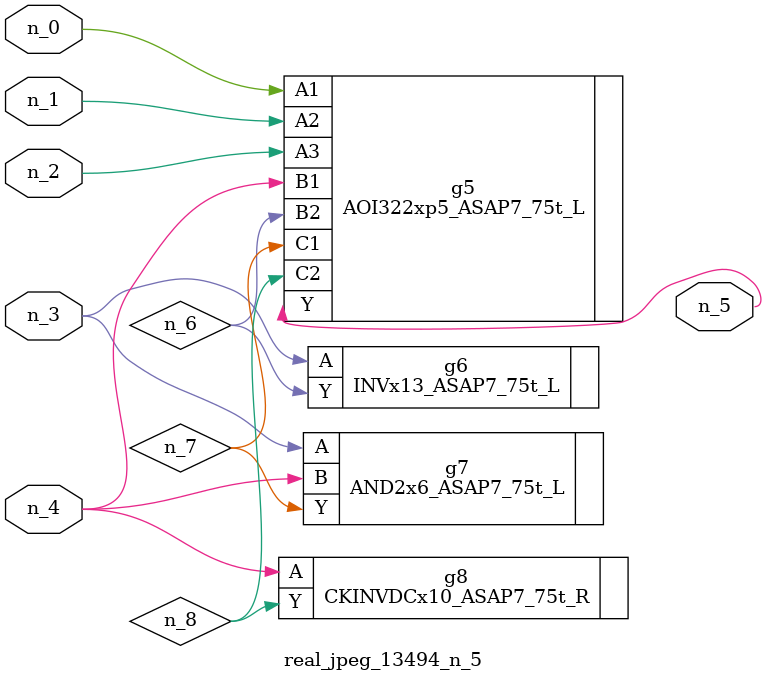
<source format=v>
module real_jpeg_13494_n_5 (n_4, n_0, n_1, n_2, n_3, n_5);

input n_4;
input n_0;
input n_1;
input n_2;
input n_3;

output n_5;

wire n_8;
wire n_6;
wire n_7;

AOI322xp5_ASAP7_75t_L g5 ( 
.A1(n_0),
.A2(n_1),
.A3(n_2),
.B1(n_4),
.B2(n_6),
.C1(n_7),
.C2(n_8),
.Y(n_5)
);

INVx13_ASAP7_75t_L g6 ( 
.A(n_3),
.Y(n_6)
);

AND2x6_ASAP7_75t_L g7 ( 
.A(n_3),
.B(n_4),
.Y(n_7)
);

CKINVDCx10_ASAP7_75t_R g8 ( 
.A(n_4),
.Y(n_8)
);


endmodule
</source>
